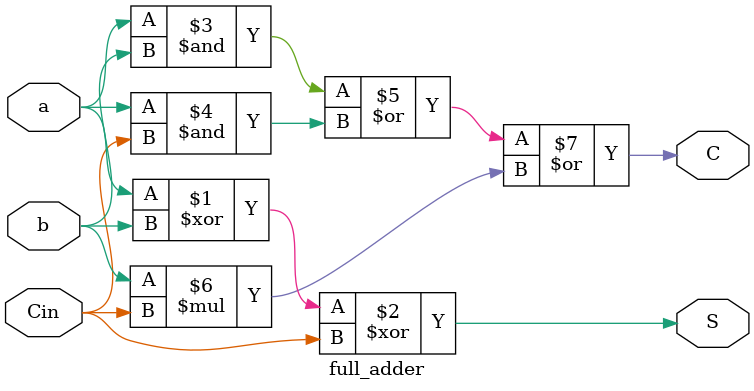
<source format=sv>
module full_adder(input logic a, input logic b, input logic Cin,
						output logic S, output logic C);
	assign S = a ^ b ^ Cin;
	assign C = (a&b) | (a&Cin) | (b*Cin);
endmodule 
</source>
